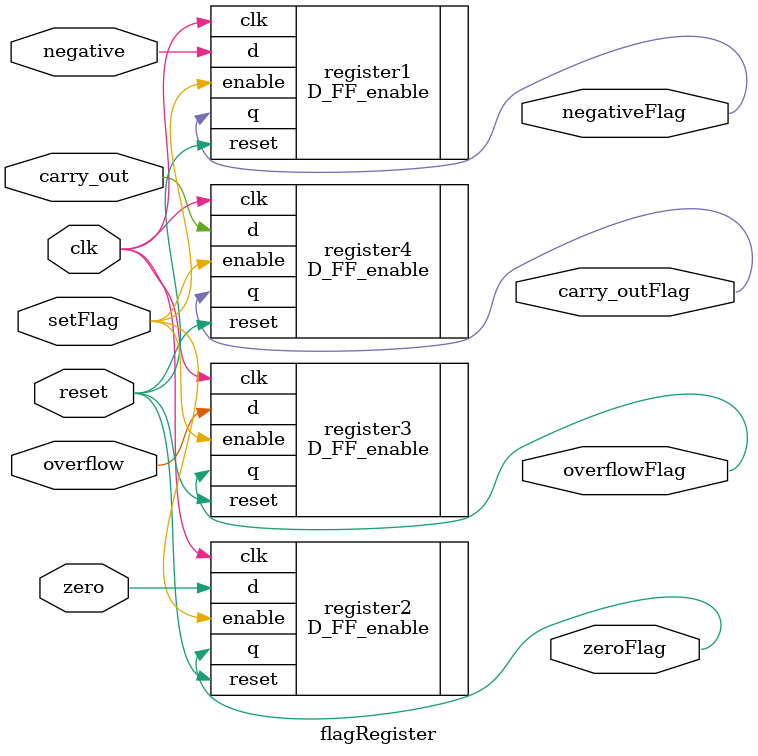
<source format=sv>
`timescale 1ns/10ps

module flagRegister (negative, zero, overflow, carry_out, negativeFlag, zeroFlag, overflowFlag, carry_outFlag, setFlag, reset, clk);
    input logic negative, zero, overflow, carry_out, setFlag, reset, clk;
    output logic negativeFlag, zeroFlag, overflowFlag, carry_outFlag;

    D_FF_enable register1 (.q(negativeFlag), .d(negative), .reset(reset), .clk(clk), .enable(setFlag));
    D_FF_enable register2 (.q(zeroFlag), .d(zero), .reset(reset), .clk(clk), .enable(setFlag));
    D_FF_enable register3 (.q(overflowFlag), .d(overflow), .reset(reset), .clk(clk), .enable(setFlag));
    D_FF_enable register4 (.q(carry_outFlag), .d(carry_out), .reset(reset), .clk(clk), .enable(setFlag));
endmodule

</source>
